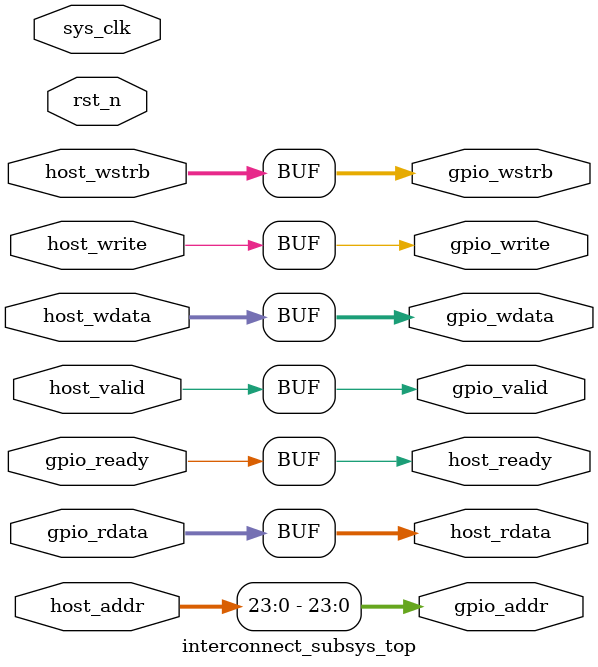
<source format=sv>
module interconnect_subsys_top (
	// Clock and reset
	input logic			sys_clk,
	input logic			rst_n,
	// Host Interface
	input logic			host_valid,
    input logic [30:0]	host_addr,
	input logic			host_write,
    input logic [31:0]	host_wdata,
    input logic [3:0]	host_wstrb,
    output logic [31:0]	host_rdata,
    output logic		host_ready,
	// GPIO
	output logic		gpio_valid,
    output logic [23:0]	gpio_addr,
	output logic		gpio_write,
    output logic [31:0]	gpio_wdata,
	output logic [3:0]	gpio_wstrb,
	input logic [31:0]	gpio_rdata,
	input logic			gpio_ready
);

	assign gpio_valid = host_valid;
	assign gpio_addr = host_addr[23:0];
	assign gpio_write = host_write;
	assign gpio_wdata = host_wdata;
	assign gpio_wstrb = host_wstrb;
	assign host_rdata = gpio_rdata;
	assign host_ready = gpio_ready;

endmodule

</source>
